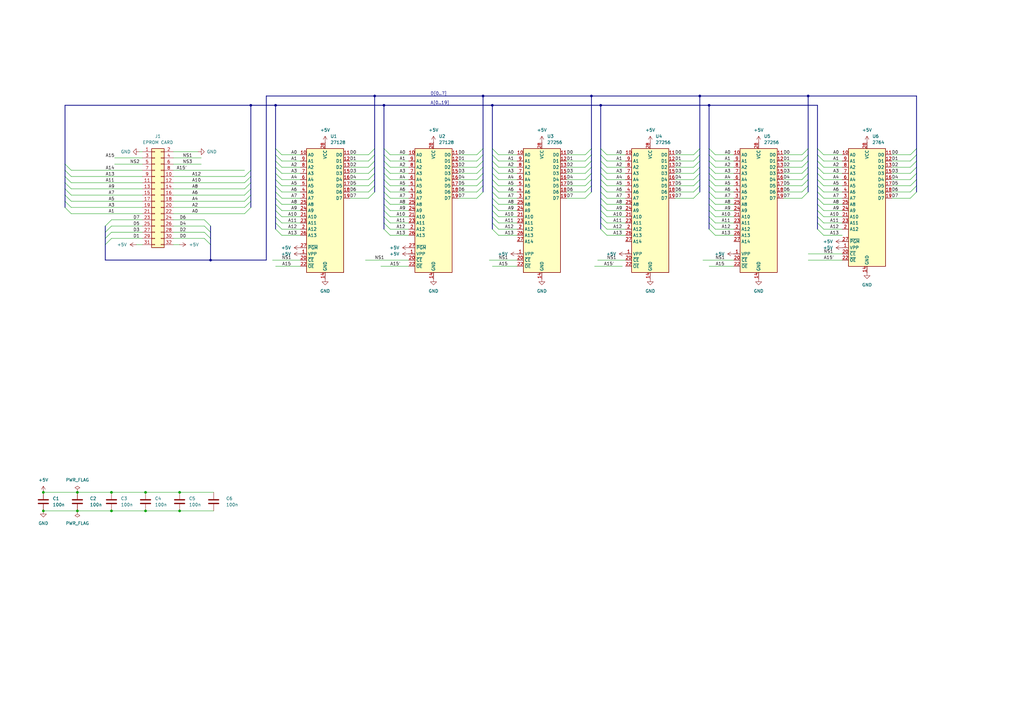
<source format=kicad_sch>
(kicad_sch (version 20250114) (generator "eeschema") (generator_version "9.0")
  (paper "A3")
  (title_block (title "CST Thor  - Clone/Upgrade for Sinclair QL") (date "2025-03-15") (rev "0,1") (company "(C) 2025 Alvaro Alea Fdz") (comment 1 "https://ohwr.org/cern_ohl_s_v2.txt") (comment 2 "CERN Open Hardware Licence Version 2 - Strongly Reciprocal") (comment 3 "Under License") (comment 4 "EXPANSION BOARD"))
  (junction (at 31.75 209.55))
  (junction (at 157.48 43.18))
  (junction (at 17.78 209.55))
  (junction (at 331.47 39.37))
  (junction (at 17.78 201.93))
  (junction (at 287.02 39.37))
  (junction (at 45.72 209.55))
  (junction (at 31.75 201.93))
  (junction (at 59.69 209.55))
  (junction (at 153.67 39.37))
  (junction (at 59.69 201.93))
  (junction (at 242.57 39.37))
  (junction (at 246.38 43.18))
  (junction (at 45.72 201.93))
  (junction (at 102.87 43.18))
  (junction (at 290.83 43.18))
  (junction (at 113.03 43.18))
  (junction (at 73.66 209.55))
  (junction (at 198.12 39.37))
  (junction (at 86.36 106.68))
  (junction (at 201.93 43.18))
  (junction (at 73.66 201.93))
  (bus_entry (at 335.28 71.12) (size 2.54 2.54))
  (bus_entry (at 157.48 83.82) (size 2.54 2.54))
  (bus_entry (at 201.93 91.44) (size 2.54 2.54))
  (bus_entry (at 113.03 63.5) (size 2.54 2.54))
  (bus_entry (at 102.87 72.39) (size -2.54 2.54))
  (bus_entry (at 201.93 78.74) (size 2.54 2.54))
  (bus_entry (at 102.87 80.01) (size -2.54 2.54))
  (bus_entry (at 201.93 60.96) (size 2.54 2.54))
  (bus_entry (at 153.67 76.2) (size -2.54 2.54))
  (bus_entry (at 242.57 71.12) (size -2.54 2.54))
  (bus_entry (at 157.48 73.66) (size 2.54 2.54))
  (bus_entry (at 113.03 66.04) (size 2.54 2.54))
  (bus_entry (at 331.47 78.74) (size -2.54 2.54))
  (bus_entry (at 335.28 73.66) (size 2.54 2.54))
  (bus_entry (at 113.03 86.36) (size 2.54 2.54))
  (bus_entry (at 102.87 85.09) (size -2.54 2.54))
  (bus_entry (at 290.83 93.98) (size 2.54 2.54))
  (bus_entry (at 375.92 73.66) (size -2.54 2.54))
  (bus_entry (at 290.83 91.44) (size 2.54 2.54))
  (bus_entry (at 335.28 60.96) (size 2.54 2.54))
  (bus_entry (at 157.48 78.74) (size 2.54 2.54))
  (bus_entry (at 335.28 78.74) (size 2.54 2.54))
  (bus_entry (at 198.12 78.74) (size -2.54 2.54))
  (bus_entry (at 287.02 71.12) (size -2.54 2.54))
  (bus_entry (at 113.03 81.28) (size 2.54 2.54))
  (bus_entry (at 246.38 86.36) (size 2.54 2.54))
  (bus_entry (at 113.03 88.9) (size 2.54 2.54))
  (bus_entry (at 335.28 68.58) (size 2.54 2.54))
  (bus_entry (at 153.67 71.12) (size -2.54 2.54))
  (bus_entry (at 43.18 97.79) (size 2.54 -2.54))
  (bus_entry (at 246.38 78.74) (size 2.54 2.54))
  (bus_entry (at 26.67 69.85) (size 2.54 2.54))
  (bus_entry (at 242.57 66.04) (size -2.54 2.54))
  (bus_entry (at 331.47 60.96) (size -2.54 2.54))
  (bus_entry (at 242.57 78.74) (size -2.54 2.54))
  (bus_entry (at 157.48 66.04) (size 2.54 2.54))
  (bus_entry (at 201.93 71.12) (size 2.54 2.54))
  (bus_entry (at 201.93 66.04) (size 2.54 2.54))
  (bus_entry (at 242.57 63.5) (size -2.54 2.54))
  (bus_entry (at 102.87 82.55) (size -2.54 2.54))
  (bus_entry (at 290.83 68.58) (size 2.54 2.54))
  (bus_entry (at 375.92 78.74) (size -2.54 2.54))
  (bus_entry (at 331.47 76.2) (size -2.54 2.54))
  (bus_entry (at 157.48 91.44) (size 2.54 2.54))
  (bus_entry (at 287.02 66.04) (size -2.54 2.54))
  (bus_entry (at 86.36 95.25) (size -2.54 -2.54))
  (bus_entry (at 375.92 68.58) (size -2.54 2.54))
  (bus_entry (at 287.02 73.66) (size -2.54 2.54))
  (bus_entry (at 335.28 66.04) (size 2.54 2.54))
  (bus_entry (at 335.28 86.36) (size 2.54 2.54))
  (bus_entry (at 102.87 77.47) (size -2.54 2.54))
  (bus_entry (at 246.38 83.82) (size 2.54 2.54))
  (bus_entry (at 153.67 73.66) (size -2.54 2.54))
  (bus_entry (at 246.38 60.96) (size 2.54 2.54))
  (bus_entry (at 157.48 76.2) (size 2.54 2.54))
  (bus_entry (at 113.03 83.82) (size 2.54 2.54))
  (bus_entry (at 43.18 92.71) (size 2.54 -2.54))
  (bus_entry (at 113.03 73.66) (size 2.54 2.54))
  (bus_entry (at 86.36 100.33) (size -2.54 -2.54))
  (bus_entry (at 198.12 68.58) (size -2.54 2.54))
  (bus_entry (at 113.03 93.98) (size 2.54 2.54))
  (bus_entry (at 198.12 63.5) (size -2.54 2.54))
  (bus_entry (at 246.38 91.44) (size 2.54 2.54))
  (bus_entry (at 331.47 71.12) (size -2.54 2.54))
  (bus_entry (at 26.67 67.31) (size 2.54 2.54))
  (bus_entry (at 242.57 73.66) (size -2.54 2.54))
  (bus_entry (at 335.28 81.28) (size 2.54 2.54))
  (bus_entry (at 242.57 68.58) (size -2.54 2.54))
  (bus_entry (at 157.48 60.96) (size 2.54 2.54))
  (bus_entry (at 113.03 76.2) (size 2.54 2.54))
  (bus_entry (at 198.12 76.2) (size -2.54 2.54))
  (bus_entry (at 102.87 74.93) (size -2.54 2.54))
  (bus_entry (at 113.03 68.58) (size 2.54 2.54))
  (bus_entry (at 290.83 60.96) (size 2.54 2.54))
  (bus_entry (at 153.67 63.5) (size -2.54 2.54))
  (bus_entry (at 335.28 88.9) (size 2.54 2.54))
  (bus_entry (at 198.12 71.12) (size -2.54 2.54))
  (bus_entry (at 86.36 97.79) (size -2.54 -2.54))
  (bus_entry (at 113.03 71.12) (size 2.54 2.54))
  (bus_entry (at 157.48 93.98) (size 2.54 2.54))
  (bus_entry (at 26.67 77.47) (size 2.54 2.54))
  (bus_entry (at 201.93 63.5) (size 2.54 2.54))
  (bus_entry (at 201.93 68.58) (size 2.54 2.54))
  (bus_entry (at 246.38 93.98) (size 2.54 2.54))
  (bus_entry (at 335.28 63.5) (size 2.54 2.54))
  (bus_entry (at 242.57 60.96) (size -2.54 2.54))
  (bus_entry (at 290.83 76.2) (size 2.54 2.54))
  (bus_entry (at 290.83 83.82) (size 2.54 2.54))
  (bus_entry (at 113.03 78.74) (size 2.54 2.54))
  (bus_entry (at 246.38 76.2) (size 2.54 2.54))
  (bus_entry (at 246.38 88.9) (size 2.54 2.54))
  (bus_entry (at 86.36 92.71) (size -2.54 -2.54))
  (bus_entry (at 201.93 73.66) (size 2.54 2.54))
  (bus_entry (at 246.38 73.66) (size 2.54 2.54))
  (bus_entry (at 26.67 80.01) (size 2.54 2.54))
  (bus_entry (at 153.67 66.04) (size -2.54 2.54))
  (bus_entry (at 201.93 76.2) (size 2.54 2.54))
  (bus_entry (at 290.83 71.12) (size 2.54 2.54))
  (bus_entry (at 287.02 78.74) (size -2.54 2.54))
  (bus_entry (at 201.93 83.82) (size 2.54 2.54))
  (bus_entry (at 375.92 71.12) (size -2.54 2.54))
  (bus_entry (at 246.38 71.12) (size 2.54 2.54))
  (bus_entry (at 375.92 66.04) (size -2.54 2.54))
  (bus_entry (at 335.28 83.82) (size 2.54 2.54))
  (bus_entry (at 157.48 86.36) (size 2.54 2.54))
  (bus_entry (at 157.48 63.5) (size 2.54 2.54))
  (bus_entry (at 157.48 81.28) (size 2.54 2.54))
  (bus_entry (at 198.12 73.66) (size -2.54 2.54))
  (bus_entry (at 26.67 72.39) (size 2.54 2.54))
  (bus_entry (at 153.67 78.74) (size -2.54 2.54))
  (bus_entry (at 290.83 78.74) (size 2.54 2.54))
  (bus_entry (at 375.92 60.96) (size -2.54 2.54))
  (bus_entry (at 198.12 60.96) (size -2.54 2.54))
  (bus_entry (at 375.92 76.2) (size -2.54 2.54))
  (bus_entry (at 290.83 63.5) (size 2.54 2.54))
  (bus_entry (at 113.03 60.96) (size 2.54 2.54))
  (bus_entry (at 331.47 66.04) (size -2.54 2.54))
  (bus_entry (at 201.93 93.98) (size 2.54 2.54))
  (bus_entry (at 287.02 68.58) (size -2.54 2.54))
  (bus_entry (at 287.02 60.96) (size -2.54 2.54))
  (bus_entry (at 331.47 73.66) (size -2.54 2.54))
  (bus_entry (at 26.67 74.93) (size 2.54 2.54))
  (bus_entry (at 335.28 93.98) (size 2.54 2.54))
  (bus_entry (at 201.93 88.9) (size 2.54 2.54))
  (bus_entry (at 335.28 91.44) (size 2.54 2.54))
  (bus_entry (at 287.02 63.5) (size -2.54 2.54))
  (bus_entry (at 287.02 76.2) (size -2.54 2.54))
  (bus_entry (at 242.57 76.2) (size -2.54 2.54))
  (bus_entry (at 246.38 81.28) (size 2.54 2.54))
  (bus_entry (at 153.67 60.96) (size -2.54 2.54))
  (bus_entry (at 375.92 63.5) (size -2.54 2.54))
  (bus_entry (at 246.38 63.5) (size 2.54 2.54))
  (bus_entry (at 290.83 88.9) (size 2.54 2.54))
  (bus_entry (at 246.38 66.04) (size 2.54 2.54))
  (bus_entry (at 157.48 88.9) (size 2.54 2.54))
  (bus_entry (at 331.47 68.58) (size -2.54 2.54))
  (bus_entry (at 201.93 81.28) (size 2.54 2.54))
  (bus_entry (at 26.67 85.09) (size 2.54 2.54))
  (bus_entry (at 157.48 71.12) (size 2.54 2.54))
  (bus_entry (at 246.38 68.58) (size 2.54 2.54))
  (bus_entry (at 157.48 68.58) (size 2.54 2.54))
  (bus_entry (at 102.87 69.85) (size -2.54 2.54))
  (bus_entry (at 43.18 95.25) (size 2.54 -2.54))
  (bus_entry (at 201.93 86.36) (size 2.54 2.54))
  (bus_entry (at 43.18 100.33) (size 2.54 -2.54))
  (bus_entry (at 290.83 66.04) (size 2.54 2.54))
  (bus_entry (at 153.67 68.58) (size -2.54 2.54))
  (bus_entry (at 198.12 66.04) (size -2.54 2.54))
  (bus_entry (at 335.28 76.2) (size 2.54 2.54))
  (bus_entry (at 331.47 63.5) (size -2.54 2.54))
  (bus_entry (at 26.67 82.55) (size 2.54 2.54))
  (bus_entry (at 113.03 91.44) (size 2.54 2.54))
  (bus_entry (at 290.83 73.66) (size 2.54 2.54))
  (bus_entry (at 290.83 86.36) (size 2.54 2.54))
  (bus_entry (at 290.83 81.28) (size 2.54 2.54))
  (bus (pts (xy 113.03 73.66) (xy 113.03 76.2)))
  (wire (pts (xy 115.57 63.5) (xy 123.19 63.5)))
  (wire (pts (xy 232.41 73.66) (xy 240.03 73.66)))
  (bus (pts (xy 157.48 73.66) (xy 157.48 76.2)))
  (wire (pts (xy 113.03 109.22) (xy 123.19 109.22)))
  (bus (pts (xy 102.87 43.18) (xy 102.87 69.85)))
  (wire (pts (xy 232.41 71.12) (xy 240.03 71.12)))
  (bus (pts (xy 287.02 39.37) (xy 331.47 39.37)))
  (wire (pts (xy 46.99 67.31) (xy 58.42 67.31)))
  (wire (pts (xy 321.31 78.74) (xy 328.93 78.74)))
  (bus (pts (xy 153.67 39.37) (xy 198.12 39.37)))
  (wire (pts (xy 83.82 97.79) (xy 71.12 97.79)))
  (wire (pts (xy 115.57 68.58) (xy 123.19 68.58)))
  (wire (pts (xy 321.31 66.04) (xy 328.93 66.04)))
  (wire (pts (xy 232.41 81.28) (xy 240.03 81.28)))
  (wire (pts (xy 58.42 97.79) (xy 45.72 97.79)))
  (wire (pts (xy 204.47 78.74) (xy 212.09 78.74)))
  (bus (pts (xy 246.38 66.04) (xy 246.38 68.58)))
  (wire (pts (xy 71.12 74.93) (xy 100.33 74.93)))
  (bus (pts (xy 335.28 63.5) (xy 335.28 66.04)))
  (bus (pts (xy 43.18 95.25) (xy 43.18 97.79)))
  (wire (pts (xy 143.51 81.28) (xy 151.13 81.28)))
  (wire (pts (xy 293.37 96.52) (xy 300.99 96.52)))
  (wire (pts (xy 143.51 68.58) (xy 151.13 68.58)))
  (bus (pts (xy 290.83 71.12) (xy 290.83 73.66)))
  (wire (pts (xy 187.96 76.2) (xy 195.58 76.2)))
  (bus (pts (xy 335.28 60.96) (xy 335.28 63.5)))
  (wire (pts (xy 187.96 78.74) (xy 195.58 78.74)))
  (wire (pts (xy 365.76 66.04) (xy 373.38 66.04)))
  (wire (pts (xy 293.37 81.28) (xy 300.99 81.28)))
  (bus (pts (xy 86.36 106.68) (xy 86.36 100.33)))
  (bus (pts (xy 43.18 100.33) (xy 43.18 106.68)))
  (wire (pts (xy 337.82 71.12) (xy 345.44 71.12)))
  (wire (pts (xy 71.12 87.63) (xy 100.33 87.63)))
  (wire (pts (xy 83.82 90.17) (xy 71.12 90.17)))
  (wire (pts (xy 288.29 106.68) (xy 300.99 106.68)))
  (bus (pts (xy 335.28 83.82) (xy 335.28 86.36)))
  (wire (pts (xy 115.57 93.98) (xy 123.19 93.98)))
  (wire (pts (xy 276.86 73.66) (xy 284.48 73.66)))
  (wire (pts (xy 293.37 78.74) (xy 300.99 78.74)))
  (bus (pts (xy 157.48 78.74) (xy 157.48 81.28)))
  (wire (pts (xy 365.76 76.2) (xy 373.38 76.2)))
  (bus (pts (xy 153.67 66.04) (xy 153.67 68.58)))
  (bus (pts (xy 290.83 88.9) (xy 290.83 91.44)))
  (wire (pts (xy 71.12 85.09) (xy 100.33 85.09)))
  (bus (pts (xy 331.47 76.2) (xy 331.47 78.74)))
  (bus (pts (xy 153.67 63.5) (xy 153.67 66.04)))
  (wire (pts (xy 160.02 86.36) (xy 167.64 86.36)))
  (bus (pts (xy 242.57 73.66) (xy 242.57 76.2)))
  (wire (pts (xy 160.02 66.04) (xy 167.64 66.04)))
  (bus (pts (xy 113.03 91.44) (xy 113.03 93.98)))
  (bus (pts (xy 86.36 92.71) (xy 86.36 95.25)))
  (bus (pts (xy 102.87 77.47) (xy 102.87 80.01)))
  (bus (pts (xy 242.57 63.5) (xy 242.57 66.04)))
  (wire (pts (xy 58.42 95.25) (xy 45.72 95.25)))
  (bus (pts (xy 290.83 78.74) (xy 290.83 81.28)))
  (bus (pts (xy 335.28 73.66) (xy 335.28 76.2)))
  (bus (pts (xy 153.67 71.12) (xy 153.67 73.66)))
  (bus (pts (xy 153.67 76.2) (xy 153.67 78.74)))
  (bus (pts (xy 290.83 81.28) (xy 290.83 83.82)))
  (bus (pts (xy 287.02 60.96) (xy 287.02 63.5)))
  (bus (pts (xy 246.38 63.5) (xy 246.38 66.04)))
  (wire (pts (xy 293.37 71.12) (xy 300.99 71.12)))
  (wire (pts (xy 204.47 76.2) (xy 212.09 76.2)))
  (bus (pts (xy 102.87 82.55) (xy 102.87 85.09)))
  (wire (pts (xy 201.93 109.22) (xy 212.09 109.22)))
  (wire (pts (xy 337.82 68.58) (xy 345.44 68.58)))
  (wire (pts (xy 31.75 201.93) (xy 45.72 201.93)))
  (bus (pts (xy 335.28 66.04) (xy 335.28 68.58)))
  (wire (pts (xy 337.82 63.5) (xy 345.44 63.5)))
  (wire (pts (xy 160.02 83.82) (xy 167.64 83.82)))
  (bus (pts (xy 242.57 71.12) (xy 242.57 73.66)))
  (wire (pts (xy 293.37 68.58) (xy 300.99 68.58)))
  (wire (pts (xy 204.47 91.44) (xy 212.09 91.44)))
  (bus (pts (xy 201.93 86.36) (xy 201.93 88.9)))
  (wire (pts (xy 337.82 93.98) (xy 345.44 93.98)))
  (wire (pts (xy 276.86 71.12) (xy 284.48 71.12)))
  (bus (pts (xy 109.22 39.37) (xy 153.67 39.37)))
  (wire (pts (xy 156.21 109.22) (xy 167.64 109.22)))
  (bus (pts (xy 86.36 106.68) (xy 109.22 106.68)))
  (wire (pts (xy 31.75 209.55) (xy 45.72 209.55)))
  (wire (pts (xy 160.02 81.28) (xy 167.64 81.28)))
  (wire (pts (xy 321.31 76.2) (xy 328.93 76.2)))
  (bus (pts (xy 331.47 66.04) (xy 331.47 68.58)))
  (bus (pts (xy 335.28 76.2) (xy 335.28 78.74)))
  (bus (pts (xy 290.83 83.82) (xy 290.83 86.36)))
  (wire (pts (xy 365.76 68.58) (xy 373.38 68.58)))
  (wire (pts (xy 337.82 78.74) (xy 345.44 78.74)))
  (bus (pts (xy 290.83 68.58) (xy 290.83 71.12)))
  (bus (pts (xy 290.83 63.5) (xy 290.83 66.04)))
  (bus (pts (xy 26.67 43.18) (xy 102.87 43.18)))
  (bus (pts (xy 102.87 74.93) (xy 102.87 77.47)))
  (wire (pts (xy 71.12 67.31) (xy 82.55 67.31)))
  (wire (pts (xy 248.92 66.04) (xy 256.54 66.04)))
  (bus (pts (xy 246.38 88.9) (xy 246.38 91.44)))
  (wire (pts (xy 293.37 88.9) (xy 300.99 88.9)))
  (bus (pts (xy 157.48 60.96) (xy 157.48 63.5)))
  (wire (pts (xy 149.86 106.68) (xy 167.64 106.68)))
  (bus (pts (xy 26.67 77.47) (xy 26.67 80.01)))
  (wire (pts (xy 204.47 66.04) (xy 212.09 66.04)))
  (bus (pts (xy 375.92 68.58) (xy 375.92 71.12)))
  (wire (pts (xy 243.84 109.22) (xy 255.27 109.22)))
  (wire (pts (xy 365.76 73.66) (xy 373.38 73.66)))
  (bus (pts (xy 201.93 60.96) (xy 201.93 63.5)))
  (bus (pts (xy 331.47 63.5) (xy 331.47 66.04)))
  (wire (pts (xy 71.12 69.85) (xy 100.33 69.85)))
  (bus (pts (xy 246.38 83.82) (xy 246.38 86.36)))
  (wire (pts (xy 293.37 76.2) (xy 300.99 76.2)))
  (wire (pts (xy 58.42 92.71) (xy 45.72 92.71)))
  (wire (pts (xy 337.82 66.04) (xy 345.44 66.04)))
  (wire (pts (xy 321.31 71.12) (xy 328.93 71.12)))
  (bus (pts (xy 201.93 63.5) (xy 201.93 66.04)))
  (bus (pts (xy 102.87 80.01) (xy 102.87 82.55)))
  (bus (pts (xy 198.12 76.2) (xy 198.12 78.74)))
  (wire (pts (xy 115.57 78.74) (xy 123.19 78.74)))
  (bus (pts (xy 290.83 76.2) (xy 290.83 78.74)))
  (bus (pts (xy 113.03 43.18) (xy 113.03 60.96)))
  (wire (pts (xy 57.15 62.23) (xy 58.42 62.23)))
  (wire (pts (xy 115.57 66.04) (xy 123.19 66.04)))
  (wire (pts (xy 81.28 62.23) (xy 71.12 62.23)))
  (bus (pts (xy 102.87 72.39) (xy 102.87 74.93)))
  (wire (pts (xy 58.42 90.17) (xy 45.72 90.17)))
  (bus (pts (xy 375.92 63.5) (xy 375.92 66.04)))
  (wire (pts (xy 284.48 63.5) (xy 276.86 63.5)))
  (wire (pts (xy 204.47 83.82) (xy 212.09 83.82)))
  (bus (pts (xy 201.93 68.58) (xy 201.93 71.12)))
  (bus (pts (xy 290.83 43.18) (xy 290.83 60.96)))
  (wire (pts (xy 337.82 86.36) (xy 345.44 86.36)))
  (wire (pts (xy 248.92 88.9) (xy 256.54 88.9)))
  (bus (pts (xy 375.92 60.96) (xy 375.92 63.5)))
  (bus (pts (xy 335.28 81.28) (xy 335.28 83.82)))
  (bus (pts (xy 113.03 68.58) (xy 113.03 71.12)))
  (wire (pts (xy 276.86 76.2) (xy 284.48 76.2)))
  (wire (pts (xy 248.92 63.5) (xy 256.54 63.5)))
  (bus (pts (xy 86.36 97.79) (xy 86.36 100.33)))
  (wire (pts (xy 187.96 73.66) (xy 195.58 73.66)))
  (wire (pts (xy 293.37 66.04) (xy 300.99 66.04)))
  (wire (pts (xy 71.12 82.55) (xy 100.33 82.55)))
  (wire (pts (xy 187.96 68.58) (xy 195.58 68.58)))
  (wire (pts (xy 29.21 80.01) (xy 58.42 80.01)))
  (wire (pts (xy 143.51 66.04) (xy 151.13 66.04)))
  (bus (pts (xy 242.57 39.37) (xy 242.57 60.96)))
  (wire (pts (xy 71.12 64.77) (xy 82.55 64.77)))
  (wire (pts (xy 248.92 71.12) (xy 256.54 71.12)))
  (bus (pts (xy 201.93 73.66) (xy 201.93 76.2)))
  (bus (pts (xy 246.38 43.18) (xy 246.38 60.96)))
  (bus (pts (xy 246.38 73.66) (xy 246.38 76.2)))
  (bus (pts (xy 157.48 66.04) (xy 157.48 68.58)))
  (bus (pts (xy 246.38 71.12) (xy 246.38 73.66)))
  (wire (pts (xy 204.47 86.36) (xy 212.09 86.36)))
  (wire (pts (xy 115.57 88.9) (xy 123.19 88.9)))
  (wire (pts (xy 337.82 73.66) (xy 345.44 73.66)))
  (wire (pts (xy 115.57 96.52) (xy 123.19 96.52)))
  (wire (pts (xy 276.86 81.28) (xy 284.48 81.28)))
  (bus (pts (xy 113.03 63.5) (xy 113.03 66.04)))
  (bus (pts (xy 201.93 71.12) (xy 201.93 73.66)))
  (bus (pts (xy 198.12 71.12) (xy 198.12 73.66)))
  (wire (pts (xy 321.31 68.58) (xy 328.93 68.58)))
  (bus (pts (xy 375.92 71.12) (xy 375.92 73.66)))
  (bus (pts (xy 331.47 39.37) (xy 375.92 39.37)))
  (bus (pts (xy 113.03 76.2) (xy 113.03 78.74)))
  (bus (pts (xy 157.48 76.2) (xy 157.48 78.74)))
  (bus (pts (xy 335.28 68.58) (xy 335.28 71.12)))
  (wire (pts (xy 115.57 71.12) (xy 123.19 71.12)))
  (bus (pts (xy 331.47 71.12) (xy 331.47 73.66)))
  (bus (pts (xy 157.48 91.44) (xy 157.48 93.98)))
  (bus (pts (xy 335.28 88.9) (xy 335.28 91.44)))
  (bus (pts (xy 290.83 66.04) (xy 290.83 68.58)))
  (bus (pts (xy 287.02 73.66) (xy 287.02 76.2)))
  (bus (pts (xy 331.47 39.37) (xy 331.47 60.96)))
  (bus (pts (xy 335.28 71.12) (xy 335.28 73.66)))
  (wire (pts (xy 276.86 68.58) (xy 284.48 68.58)))
  (wire (pts (xy 115.57 91.44) (xy 123.19 91.44)))
  (bus (pts (xy 290.83 43.18) (xy 335.28 43.18)))
  (bus (pts (xy 113.03 71.12) (xy 113.03 73.66)))
  (bus (pts (xy 113.03 78.74) (xy 113.03 81.28)))
  (bus (pts (xy 153.67 39.37) (xy 153.67 60.96)))
  (wire (pts (xy 58.42 100.33) (xy 55.88 100.33)))
  (bus (pts (xy 287.02 68.58) (xy 287.02 71.12)))
  (wire (pts (xy 365.76 71.12) (xy 373.38 71.12)))
  (bus (pts (xy 287.02 63.5) (xy 287.02 66.04)))
  (wire (pts (xy 204.47 63.5) (xy 212.09 63.5)))
  (bus (pts (xy 26.67 43.18) (xy 26.67 67.31)))
  (bus (pts (xy 335.28 43.18) (xy 335.28 60.96)))
  (bus (pts (xy 246.38 60.96) (xy 246.38 63.5)))
  (bus (pts (xy 246.38 81.28) (xy 246.38 83.82)))
  (wire (pts (xy 115.57 86.36) (xy 123.19 86.36)))
  (bus (pts (xy 43.18 106.68) (xy 86.36 106.68)))
  (bus (pts (xy 290.83 86.36) (xy 290.83 88.9)))
  (bus (pts (xy 335.28 78.74) (xy 335.28 81.28)))
  (bus (pts (xy 198.12 60.96) (xy 198.12 63.5)))
  (wire (pts (xy 321.31 73.66) (xy 328.93 73.66)))
  (bus (pts (xy 375.92 39.37) (xy 375.92 60.96)))
  (bus (pts (xy 113.03 60.96) (xy 113.03 63.5)))
  (bus (pts (xy 290.83 91.44) (xy 290.83 93.98)))
  (bus (pts (xy 246.38 86.36) (xy 246.38 88.9)))
  (bus (pts (xy 102.87 69.85) (xy 102.87 72.39)))
  (wire (pts (xy 365.76 78.74) (xy 373.38 78.74)))
  (wire (pts (xy 248.92 73.66) (xy 256.54 73.66)))
  (wire (pts (xy 248.92 96.52) (xy 256.54 96.52)))
  (bus (pts (xy 198.12 63.5) (xy 198.12 66.04)))
  (bus (pts (xy 242.57 66.04) (xy 242.57 68.58)))
  (wire (pts (xy 29.21 69.85) (xy 58.42 69.85)))
  (wire (pts (xy 160.02 73.66) (xy 167.64 73.66)))
  (wire (pts (xy 59.69 201.93) (xy 73.66 201.93)))
  (bus (pts (xy 331.47 68.58) (xy 331.47 71.12)))
  (bus (pts (xy 113.03 43.18) (xy 157.48 43.18)))
  (bus (pts (xy 246.38 91.44) (xy 246.38 93.98)))
  (bus (pts (xy 375.92 76.2) (xy 375.92 78.74)))
  (wire (pts (xy 83.82 92.71) (xy 71.12 92.71)))
  (wire (pts (xy 111.76 106.68) (xy 123.19 106.68)))
  (bus (pts (xy 157.48 88.9) (xy 157.48 91.44)))
  (wire (pts (xy 160.02 63.5) (xy 167.64 63.5)))
  (wire (pts (xy 160.02 76.2) (xy 167.64 76.2)))
  (wire (pts (xy 204.47 73.66) (xy 212.09 73.66)))
  (bus (pts (xy 242.57 60.96) (xy 242.57 63.5)))
  (bus (pts (xy 157.48 43.18) (xy 157.48 60.96)))
  (bus (pts (xy 287.02 71.12) (xy 287.02 73.66)))
  (wire (pts (xy 29.21 77.47) (xy 58.42 77.47)))
  (wire (pts (xy 293.37 83.82) (xy 300.99 83.82)))
  (wire (pts (xy 337.82 83.82) (xy 345.44 83.82)))
  (wire (pts (xy 204.47 88.9) (xy 212.09 88.9)))
  (wire (pts (xy 17.78 201.93) (xy 31.75 201.93)))
  (wire (pts (xy 204.47 81.28) (xy 212.09 81.28)))
  (bus (pts (xy 201.93 43.18) (xy 201.93 60.96)))
  (bus (pts (xy 198.12 68.58) (xy 198.12 71.12)))
  (wire (pts (xy 276.86 66.04) (xy 284.48 66.04)))
  (wire (pts (xy 160.02 71.12) (xy 167.64 71.12)))
  (bus (pts (xy 153.67 60.96) (xy 153.67 63.5)))
  (bus (pts (xy 201.93 81.28) (xy 201.93 83.82)))
  (bus (pts (xy 157.48 43.18) (xy 201.93 43.18)))
  (wire (pts (xy 331.47 104.14) (xy 345.44 104.14)))
  (wire (pts (xy 160.02 96.52) (xy 167.64 96.52)))
  (wire (pts (xy 248.92 81.28) (xy 256.54 81.28)))
  (bus (pts (xy 198.12 39.37) (xy 242.57 39.37)))
  (bus (pts (xy 113.03 81.28) (xy 113.03 83.82)))
  (wire (pts (xy 373.38 63.5) (xy 365.76 63.5)))
  (wire (pts (xy 83.82 95.25) (xy 71.12 95.25)))
  (bus (pts (xy 287.02 66.04) (xy 287.02 68.58)))
  (wire (pts (xy 115.57 76.2) (xy 123.19 76.2)))
  (bus (pts (xy 157.48 68.58) (xy 157.48 71.12)))
  (wire (pts (xy 293.37 91.44) (xy 300.99 91.44)))
  (wire (pts (xy 365.76 81.28) (xy 373.38 81.28)))
  (bus (pts (xy 246.38 68.58) (xy 246.38 71.12)))
  (bus (pts (xy 290.83 73.66) (xy 290.83 76.2)))
  (bus (pts (xy 375.92 73.66) (xy 375.92 76.2)))
  (wire (pts (xy 71.12 72.39) (xy 100.33 72.39)))
  (bus (pts (xy 246.38 43.18) (xy 290.83 43.18)))
  (wire (pts (xy 73.66 201.93) (xy 87.63 201.93)))
  (wire (pts (xy 45.72 209.55) (xy 59.69 209.55)))
  (wire (pts (xy 71.12 80.01) (xy 100.33 80.01)))
  (bus (pts (xy 26.67 69.85) (xy 26.67 72.39)))
  (bus (pts (xy 201.93 76.2) (xy 201.93 78.74)))
  (bus (pts (xy 102.87 43.18) (xy 113.03 43.18)))
  (bus (pts (xy 201.93 78.74) (xy 201.93 81.28)))
  (wire (pts (xy 337.82 91.44) (xy 345.44 91.44)))
  (bus (pts (xy 86.36 95.25) (xy 86.36 97.79)))
  (bus (pts (xy 201.93 91.44) (xy 201.93 93.98)))
  (wire (pts (xy 143.51 71.12) (xy 151.13 71.12)))
  (bus (pts (xy 26.67 72.39) (xy 26.67 74.93)))
  (wire (pts (xy 160.02 68.58) (xy 167.64 68.58)))
  (wire (pts (xy 73.66 209.55) (xy 87.63 209.55)))
  (wire (pts (xy 337.82 76.2) (xy 345.44 76.2)))
  (wire (pts (xy 187.96 71.12) (xy 195.58 71.12)))
  (bus (pts (xy 375.92 66.04) (xy 375.92 68.58)))
  (wire (pts (xy 195.58 63.5) (xy 187.96 63.5)))
  (wire (pts (xy 29.21 82.55) (xy 58.42 82.55)))
  (wire (pts (xy 337.82 88.9) (xy 345.44 88.9)))
  (wire (pts (xy 143.51 76.2) (xy 151.13 76.2)))
  (bus (pts (xy 113.03 88.9) (xy 113.03 91.44)))
  (wire (pts (xy 200.66 106.68) (xy 212.09 106.68)))
  (bus (pts (xy 201.93 83.82) (xy 201.93 86.36)))
  (wire (pts (xy 17.78 209.55) (xy 31.75 209.55)))
  (wire (pts (xy 276.86 78.74) (xy 284.48 78.74)))
  (bus (pts (xy 290.83 60.96) (xy 290.83 63.5)))
  (wire (pts (xy 232.41 78.74) (xy 240.03 78.74)))
  (wire (pts (xy 187.96 66.04) (xy 195.58 66.04)))
  (wire (pts (xy 151.13 63.5) (xy 143.51 63.5)))
  (wire (pts (xy 204.47 96.52) (xy 212.09 96.52)))
  (wire (pts (xy 29.21 85.09) (xy 58.42 85.09)))
  (wire (pts (xy 160.02 93.98) (xy 167.64 93.98)))
  (wire (pts (xy 248.92 76.2) (xy 256.54 76.2)))
  (wire (pts (xy 115.57 83.82) (xy 123.19 83.82)))
  (bus (pts (xy 246.38 76.2) (xy 246.38 78.74)))
  (bus (pts (xy 198.12 66.04) (xy 198.12 68.58)))
  (wire (pts (xy 248.92 78.74) (xy 256.54 78.74)))
  (wire (pts (xy 293.37 73.66) (xy 300.99 73.66)))
  (bus (pts (xy 109.22 106.68) (xy 109.22 39.37)))
  (wire (pts (xy 46.99 64.77) (xy 58.42 64.77)))
  (bus (pts (xy 153.67 68.58) (xy 153.67 71.12)))
  (wire (pts (xy 337.82 81.28) (xy 345.44 81.28)))
  (wire (pts (xy 337.82 96.52) (xy 345.44 96.52)))
  (wire (pts (xy 248.92 68.58) (xy 256.54 68.58)))
  (wire (pts (xy 45.72 201.93) (xy 59.69 201.93)))
  (wire (pts (xy 204.47 93.98) (xy 212.09 93.98)))
  (bus (pts (xy 201.93 43.18) (xy 246.38 43.18)))
  (bus (pts (xy 157.48 83.82) (xy 157.48 86.36)))
  (bus (pts (xy 335.28 91.44) (xy 335.28 93.98)))
  (bus (pts (xy 201.93 88.9) (xy 201.93 91.44)))
  (wire (pts (xy 143.51 78.74) (xy 151.13 78.74)))
  (wire (pts (xy 29.21 74.93) (xy 58.42 74.93)))
  (wire (pts (xy 248.92 93.98) (xy 256.54 93.98)))
  (bus (pts (xy 201.93 66.04) (xy 201.93 68.58)))
  (wire (pts (xy 331.47 106.68) (xy 345.44 106.68)))
  (bus (pts (xy 242.57 76.2) (xy 242.57 78.74)))
  (wire (pts (xy 115.57 73.66) (xy 123.19 73.66)))
  (wire (pts (xy 240.03 63.5) (xy 232.41 63.5)))
  (bus (pts (xy 242.57 39.37) (xy 287.02 39.37)))
  (wire (pts (xy 115.57 81.28) (xy 123.19 81.28)))
  (wire (pts (xy 204.47 68.58) (xy 212.09 68.58)))
  (bus (pts (xy 113.03 66.04) (xy 113.03 68.58)))
  (bus (pts (xy 113.03 83.82) (xy 113.03 86.36)))
  (bus (pts (xy 246.38 78.74) (xy 246.38 81.28)))
  (wire (pts (xy 232.41 68.58) (xy 240.03 68.58)))
  (bus (pts (xy 157.48 81.28) (xy 157.48 83.82)))
  (wire (pts (xy 29.21 87.63) (xy 58.42 87.63)))
  (wire (pts (xy 293.37 86.36) (xy 300.99 86.36)))
  (wire (pts (xy 248.92 91.44) (xy 256.54 91.44)))
  (bus (pts (xy 43.18 92.71) (xy 43.18 95.25)))
  (bus (pts (xy 43.18 97.79) (xy 43.18 100.33)))
  (wire (pts (xy 59.69 209.55) (xy 73.66 209.55)))
  (bus (pts (xy 335.28 86.36) (xy 335.28 88.9)))
  (bus (pts (xy 157.48 63.5) (xy 157.48 66.04)))
  (bus (pts (xy 198.12 73.66) (xy 198.12 76.2)))
  (bus (pts (xy 26.67 82.55) (xy 26.67 85.09)))
  (bus (pts (xy 331.47 73.66) (xy 331.47 76.2)))
  (wire (pts (xy 232.41 76.2) (xy 240.03 76.2)))
  (wire (pts (xy 143.51 73.66) (xy 151.13 73.66)))
  (wire (pts (xy 245.11 106.68) (xy 256.54 106.68)))
  (wire (pts (xy 290.83 109.22) (xy 300.99 109.22)))
  (wire (pts (xy 160.02 88.9) (xy 167.64 88.9)))
  (wire (pts (xy 187.96 81.28) (xy 195.58 81.28)))
  (bus (pts (xy 198.12 39.37) (xy 198.12 60.96)))
  (wire (pts (xy 293.37 63.5) (xy 300.99 63.5)))
  (wire (pts (xy 248.92 86.36) (xy 256.54 86.36)))
  (bus (pts (xy 287.02 39.37) (xy 287.02 60.96)))
  (bus (pts (xy 157.48 86.36) (xy 157.48 88.9)))
  (wire (pts (xy 71.12 77.47) (xy 100.33 77.47)))
  (wire (pts (xy 232.41 66.04) (xy 240.03 66.04)))
  (bus (pts (xy 26.67 80.01) (xy 26.67 82.55)))
  (bus (pts (xy 113.03 86.36) (xy 113.03 88.9)))
  (wire (pts (xy 71.12 100.33) (xy 73.66 100.33)))
  (bus (pts (xy 331.47 60.96) (xy 331.47 63.5)))
  (wire (pts (xy 160.02 91.44) (xy 167.64 91.44)))
  (bus (pts (xy 26.67 74.93) (xy 26.67 77.47)))
  (wire (pts (xy 160.02 78.74) (xy 167.64 78.74)))
  (bus (pts (xy 157.48 71.12) (xy 157.48 73.66)))
  (wire (pts (xy 328.93 63.5) (xy 321.31 63.5)))
  (bus (pts (xy 26.67 67.31) (xy 26.67 69.85)))
  (wire (pts (xy 248.92 83.82) (xy 256.54 83.82)))
  (wire (pts (xy 29.21 72.39) (xy 58.42 72.39)))
  (bus (pts (xy 242.57 68.58) (xy 242.57 71.12)))
  (bus (pts (xy 287.02 76.2) (xy 287.02 78.74)))
  (wire (pts (xy 293.37 93.98) (xy 300.99 93.98)))
  (wire (pts (xy 321.31 81.28) (xy 328.93 81.28)))
  (bus (pts (xy 153.67 73.66) (xy 153.67 76.2)))
  (wire (pts (xy 204.47 71.12) (xy 212.09 71.12)))
  (label "A8" (at 252.73 83.82 0))
  (label "D2" (at 143.51 68.58 0))
  (label "A2" (at 78.74 85.09 0))
  (label "A8" (at 297.18 83.82 0))
  (label "A13" (at 118.11 96.52 0))
  (label "A8" (at 119.38 83.82 0))
  (label "A0" (at 78.74 87.63 0))
  (label "A8" (at 78.74 77.47 0))
  (label "D6" (at 187.96 78.74 0))
  (label "A6" (at 78.74 80.01 0))
  (label "A12" (at 118.11 93.98 0))
  (label "NS1" (at 74.93 64.77 0))
  (label "A9" (at 297.18 86.36 0))
  (label "A15" (at 46.99 64.77 180))
  (label "A4" (at 163.83 73.66 0))
  (label "A0" (at 297.18 63.5 0))
  (label "A4" (at 297.18 73.66 0))
  (label "D4" (at 73.66 92.71 0))
  (label "A2" (at 163.83 68.58 0))
  (label "D6" (at 321.31 78.74 0))
  (label "A11" (at 251.46 91.44 0))
  (label "A14" (at 46.99 69.85 180))
  (label "NS1" (at 248.92 106.68 0))
  (label "A3" (at 163.83 71.12 0))
  (label "A1" (at 297.18 66.04 0))
  (label "A15'" (at 247.65 109.22 0))
  (label "D5" (at 321.31 76.2 0))
  (label "A7" (at 46.99 80.01 180))
  (label "D4" (at 365.76 73.66 0))
  (label "A8" (at 341.63 83.82 0))
  (label "A11" (at 46.99 74.93 180))
  (label "A13" (at 207.01 96.52 0))
  (label "A15" (at 119.38 109.22 180))
  (label "A12" (at 251.46 93.98 0))
  (label "A5" (at 163.83 76.2 0))
  (label "A8" (at 163.83 83.82 0))
  (label "A8" (at 208.28 83.82 0))
  (label "NS1" (at 293.37 106.68 0))
  (label "A6" (at 119.38 78.74 0))
  (label "D0" (at 143.51 63.5 0))
  (label "A9" (at 252.73 86.36 0))
  (label "D1" (at 276.86 66.04 0))
  (label "A15'" (at 337.82 106.68 0))
  (label "A5" (at 341.63 76.2 0))
  (label "A6" (at 341.63 78.74 0))
  (label "A12" (at 340.36 93.98 0))
  (label "D2" (at 187.96 68.58 0))
  (label "D7" (at 187.96 81.28 0))
  (label "D7" (at 321.31 81.28 0))
  (label "D7" (at 143.51 81.28 0))
  (label "D4" (at 321.31 73.66 0))
  (label "A15" (at 208.28 109.22 180))
  (label "D5" (at 54.61 92.71 0))
  (label "D5" (at 232.41 76.2 0))
  (label "A1" (at 252.73 66.04 0))
  (label "A15" (at 297.18 109.22 180))
  (label "A1" (at 341.63 66.04 0))
  (label "D[0..7]" (at 176.53 39.37 0))
  (label "D5" (at 187.96 76.2 0))
  (label "A10" (at 207.01 88.9 0))
  (label "D3" (at 321.31 71.12 0))
  (label "D7" (at 276.86 81.28 0))
  (label "A6" (at 252.73 78.74 0))
  (label "D6" (at 143.51 78.74 0))
  (label "A11" (at 118.11 91.44 0))
  (label "D1" (at 365.76 66.04 0))
  (label "D2" (at 73.66 95.25 0))
  (label "A2" (at 341.63 68.58 0))
  (label "A13" (at 340.36 96.52 0))
  (label "A13" (at 295.91 96.52 0))
  (label "A10" (at 251.46 88.9 0))
  (label "A13" (at 251.46 96.52 0))
  (label "A13" (at 46.99 72.39 180))
  (label "A3" (at 341.63 71.12 0))
  (label "D2" (at 276.86 68.58 0))
  (label "D0" (at 232.41 63.5 0))
  (label "D0" (at 73.66 97.79 0))
  (label "D4" (at 276.86 73.66 0))
  (label "D5" (at 276.86 76.2 0))
  (label "D2" (at 232.41 68.58 0))
  (label "D2" (at 321.31 68.58 0))
  (label "A1" (at 46.99 87.63 180))
  (label "D3" (at 54.61 95.25 0))
  (label "D0" (at 276.86 63.5 0))
  (label "D1" (at 187.96 66.04 0))
  (label "D3" (at 143.51 71.12 0))
  (label "D6" (at 276.86 78.74 0))
  (label "A11" (at 295.91 91.44 0))
  (label "A1" (at 163.83 66.04 0))
  (label "A7" (at 119.38 81.28 0))
  (label "A5" (at 119.38 76.2 0))
  (label "A12" (at 162.56 93.98 0))
  (label "D0" (at 365.76 63.5 0))
  (label "A4" (at 208.28 73.66 0))
  (label "A3" (at 208.28 71.12 0))
  (label "D0" (at 187.96 63.5 0))
  (label "A15'" (at 72.39 69.85 0))
  (label "D1" (at 232.41 66.04 0))
  (label "D1" (at 321.31 66.04 0))
  (label "A7" (at 208.28 81.28 0))
  (label "D1" (at 143.51 66.04 0))
  (label "A9" (at 119.38 86.36 0))
  (label "A10" (at 78.74 74.93 0))
  (label "D6" (at 73.66 90.17 0))
  (label "A5" (at 252.73 76.2 0))
  (label "A1" (at 119.38 66.04 0))
  (label "A10" (at 295.91 88.9 0))
  (label "A15'" (at 160.02 109.22 0))
  (label "NS2" (at 53.34 67.31 0))
  (label "A9" (at 341.63 86.36 0))
  (label "NS1" (at 153.67 106.68 0))
  (label "A12" (at 78.74 72.39 0))
  (label "A0" (at 163.83 63.5 0))
  (label "A9" (at 163.83 86.36 0))
  (label "D7" (at 232.41 81.28 0))
  (label "A13" (at 162.56 96.52 0))
  (label "D7" (at 365.76 81.28 0))
  (label "A12" (at 295.91 93.98 0))
  (label "A7" (at 297.18 81.28 0))
  (label "A11" (at 162.56 91.44 0))
  (label "A0" (at 119.38 63.5 0))
  (label "A2" (at 208.28 68.58 0))
  (label "A1" (at 208.28 66.04 0))
  (label "A[0..19]" (at 176.53 43.18 0))
  (label "A4" (at 341.63 73.66 0))
  (label "A6" (at 208.28 78.74 0))
  (label "A10" (at 118.11 88.9 0))
  (label "A7" (at 163.83 81.28 0))
  (label "A10" (at 162.56 88.9 0))
  (label "D6" (at 365.76 78.74 0))
  (label "D7" (at 54.61 90.17 0))
  (label "A4" (at 252.73 73.66 0))
  (label "A0" (at 252.73 63.5 0))
  (label "D3" (at 276.86 71.12 0))
  (label "A9" (at 46.99 77.47 180))
  (label "A3" (at 119.38 71.12 0))
  (label "D4" (at 187.96 73.66 0))
  (label "NS1" (at 337.82 104.14 0))
  (label "A3" (at 252.73 71.12 0))
  (label "D5" (at 365.76 76.2 0))
  (label "A11" (at 340.36 91.44 0))
  (label "A4" (at 78.74 82.55 0))
  (label "NS3" (at 74.93 67.31 0))
  (label "A7" (at 341.63 81.28 0))
  (label "A6" (at 297.18 78.74 0))
  (label "D3" (at 232.41 71.12 0))
  (label "A5" (at 297.18 76.2 0))
  (label "NS1" (at 115.57 106.68 0))
  (label "A5" (at 46.99 82.55 180))
  (label "A4" (at 119.38 73.66 0))
  (label "NS1" (at 204.47 106.68 0))
  (label "D5" (at 143.51 76.2 0))
  (label "D3" (at 187.96 71.12 0))
  (label "A3" (at 46.99 85.09 180))
  (label "A5" (at 208.28 76.2 0))
  (label "A3" (at 297.18 71.12 0))
  (label "D4" (at 143.51 73.66 0))
  (label "D0" (at 321.31 63.5 0))
  (label "A2" (at 297.18 68.58 0))
  (label "D4" (at 232.41 73.66 0))
  (label "A0" (at 208.28 63.5 0))
  (label "A0" (at 341.63 63.5 0))
  (label "D6" (at 232.41 78.74 0))
  (label "D1" (at 54.61 97.79 0))
  (label "A10" (at 340.36 88.9 0))
  (label "A2" (at 119.38 68.58 0))
  (label "A2" (at 252.73 68.58 0))
  (label "A11" (at 207.01 91.44 0))
  (label "A7" (at 252.73 81.28 0))
  (label "A9" (at 208.28 86.36 0))
  (label "D2" (at 365.76 68.58 0))
  (label "D3" (at 365.76 71.12 0))
  (label "A6" (at 163.83 78.74 0))
  (label "A12" (at 207.01 93.98 0))
  (symbol (lib_id "power:GND") (at 177.8 114.3 0) (unit 1)
    (property "Reference" "#PWR010" (effects (hide yes)))
    (property "Value" "GND" (at 177.8 119.38 0))
    (property "Description" "Power symbol creates a global label with name \"GND\" , ground" (effects (hide yes)))
  )
  (symbol (lib_id "power:+5V") (at 73.66 100.33 270) (unit 1)
    (property "Reference" "#PWR05" (effects (hide yes)))
    (property "Value" "+5V" (at 77.47 100.33 90) (effects (justify left)))
    (property "Description" "Power symbol creates a global label with name \"+5V\"" (effects (hide yes)))
  )
  (symbol (lib_id "Memory_EPROM:27256") (at 266.7 86.36 0) (unit 1)
    (property "Reference" "U4" (at 268.8433 55.88 0) (effects (justify left)))
    (property "Value" "27256" (at 268.8433 58.42 0) (effects (justify left)))
    (property "Footprint" "Package_DIP:DIP-28_W15.24mm" (effects (hide yes)))
    (property "Datasheet" "http://datasheet.octopart.com/D27256-2-Intel-datasheet-17852618.pdf" (effects (hide yes)))
    (property "Description" "UV Erasable EPROM 256 KiBit, [Obsolete 2000-11]" (effects (hide yes)))
  )
  (symbol (lib_id "power:+5V") (at 133.35 58.42 0) (unit 1)
    (property "Reference" "#PWR07" (effects (hide yes)))
    (property "Value" "+5V" (at 133.35 53.34 0))
    (property "Description" "Power symbol creates a global label with name \"+5V\"" (effects (hide yes)))
  )
  (symbol (lib_id "power:+5V") (at 167.64 101.6 90) (unit 1)
    (property "Reference" "#PWR021" (effects (hide yes)))
    (property "Value" "+5V" (at 163.83 101.5999 90) (effects (justify left)))
    (property "Description" "Power symbol creates a global label with name \"+5V\"" (effects (hide yes)))
  )
  (symbol (lib_id "Device:C") (at 73.66 205.74 0) (unit 1)
    (property "Reference" "C5" (at 77.47 204.4699 0) (effects (justify left)))
    (property "Value" "100n" (at 77.47 207.0099 0) (effects (justify left)))
    (property "Footprint" "Capacitor_THT:C_Disc_D4.3mm_W1.9mm_P5.00mm" (effects (hide yes)))
    (property "Description" "Unpolarized capacitor" (effects (hide yes)))
  )
  (symbol (lib_id "Device:C") (at 17.78 205.74 0) (unit 1)
    (property "Reference" "C1" (at 21.59 204.4699 0) (effects (justify left)))
    (property "Value" "100n" (at 21.59 207.0099 0) (effects (justify left)))
    (property "Footprint" "Capacitor_THT:C_Disc_D4.3mm_W1.9mm_P5.00mm" (effects (hide yes)))
    (property "Description" "Unpolarized capacitor" (effects (hide yes)))
  )
  (symbol (lib_id "Memory_EPROM:27128") (at 177.8 86.36 0) (unit 1)
    (property "Reference" "U2" (at 179.9433 55.88 0) (effects (justify left)))
    (property "Value" "27128" (at 179.9433 58.42 0) (effects (justify left)))
    (property "Footprint" "Package_DIP:DIP-28_W15.24mm" (effects (hide yes)))
    (property "Datasheet" "http://eeshop.unl.edu/pdf/27128.pdf" (effects (hide yes)))
    (property "Description" "UV Erasable EPROM 128 KiBit, [Obsolete 2000-11]" (effects (hide yes)))
  )
  (symbol (lib_id "power:PWR_FLAG") (at 31.75 209.55 180) (unit 1)
    (property "Reference" "#FLG02" (effects (hide yes)))
    (property "Value" "PWR_FLAG" (at 31.75 214.63 0))
    (property "Description" "Special symbol for telling ERC where power comes from" (effects (hide yes)))
  )
  (symbol (lib_id "Connector_Generic:Conn_02x16_Odd_Even") (at 63.5 80.01 0) (unit 1)
    (property "Reference" "J1" (at 64.77 55.88 0))
    (property "Value" "EPROM CARD" (at 64.77 58.42 0))
    (property "Footprint" "Connector_PinSocket_2.54mm:PinSocket_2x16_P2.54mm_Horizontal" (effects (hide yes)))
    (property "Description" "Generic connector, double row, 02x16, odd/even pin numbering scheme (row 1 odd numbers, row 2 even numbers), script generated (kicad-library-utils/schlib/autogen/connector/)" (effects (hide yes)))
  )
  (symbol (lib_id "power:+5V") (at 123.19 104.14 90) (unit 1)
    (property "Reference" "#PWR020" (effects (hide yes)))
    (property "Value" "+5V" (at 119.38 104.1399 90) (effects (justify left)))
    (property "Description" "Power symbol creates a global label with name \"+5V\"" (effects (hide yes)))
  )
  (symbol (lib_id "power:GND") (at 266.7 114.3 0) (unit 1)
    (property "Reference" "#PWR014" (effects (hide yes)))
    (property "Value" "GND" (at 266.7 119.38 0))
    (property "Description" "Power symbol creates a global label with name \"GND\" , ground" (effects (hide yes)))
  )
  (symbol (lib_id "power:+5V") (at 177.8 58.42 0) (unit 1)
    (property "Reference" "#PWR09" (effects (hide yes)))
    (property "Value" "+5V" (at 177.8 53.34 0))
    (property "Description" "Power symbol creates a global label with name \"+5V\"" (effects (hide yes)))
  )
  (symbol (lib_id "power:+5V") (at 123.19 101.6 90) (unit 1)
    (property "Reference" "#PWR019" (effects (hide yes)))
    (property "Value" "+5V" (at 119.38 101.5999 90) (effects (justify left)))
    (property "Description" "Power symbol creates a global label with name \"+5V\"" (effects (hide yes)))
  )
  (symbol (lib_id "Memory_EPROM:27128") (at 133.35 86.36 0) (unit 1)
    (property "Reference" "U1" (at 135.4933 55.88 0) (effects (justify left)))
    (property "Value" "27128" (at 135.4933 58.42 0) (effects (justify left)))
    (property "Footprint" "Package_DIP:DIP-28_W15.24mm" (effects (hide yes)))
    (property "Datasheet" "http://eeshop.unl.edu/pdf/27128.pdf" (effects (hide yes)))
    (property "Description" "UV Erasable EPROM 128 KiBit, [Obsolete 2000-11]" (effects (hide yes)))
  )
  (symbol (lib_id "power:GND") (at 133.35 114.3 0) (unit 1)
    (property "Reference" "#PWR08" (effects (hide yes)))
    (property "Value" "GND" (at 133.35 119.38 0))
    (property "Description" "Power symbol creates a global label with name \"GND\" , ground" (effects (hide yes)))
  )
  (symbol (lib_id "power:GND") (at 57.15 62.23 270) (unit 1)
    (property "Reference" "#PWR04" (effects (hide yes)))
    (property "Value" "GND" (at 49.53 62.2299 90) (effects (justify left)))
    (property "Description" "Power symbol creates a global label with name \"GND\" , ground" (effects (hide yes)))
  )
  (symbol (lib_id "power:GND") (at 222.25 114.3 0) (unit 1)
    (property "Reference" "#PWR012" (effects (hide yes)))
    (property "Value" "GND" (at 222.25 119.38 0))
    (property "Description" "Power symbol creates a global label with name \"GND\" , ground" (effects (hide yes)))
  )
  (symbol (lib_id "Memory_EPROM:2764") (at 355.6 83.82 0) (unit 1)
    (property "Reference" "U6" (at 357.7433 55.88 0) (effects (justify left)))
    (property "Value" "2764" (at 357.7433 58.42 0) (effects (justify left)))
    (property "Footprint" "Package_DIP:DIP-28_W15.24mm" (effects (hide yes)))
    (property "Datasheet" "https://downloads.reactivemicro.com/Electronics/ROM/2764%20EPROM.pdf" (effects (hide yes)))
    (property "Description" "EPROM 64 KiBit, [Obsolete 2000-11]" (effects (hide yes)))
  )
  (symbol (lib_id "power:+5V") (at 355.6 58.42 0) (unit 1)
    (property "Reference" "#PWR017" (effects (hide yes)))
    (property "Value" "+5V" (at 355.6 53.34 0))
    (property "Description" "Power symbol creates a global label with name \"+5V\"" (effects (hide yes)))
  )
  (symbol (lib_id "power:+5V") (at 212.09 104.14 90) (unit 1)
    (property "Reference" "#PWR024" (effects (hide yes)))
    (property "Value" "+5V" (at 208.28 104.1399 90) (effects (justify left)))
    (property "Description" "Power symbol creates a global label with name \"+5V\"" (effects (hide yes)))
  )
  (symbol (lib_id "power:+5V") (at 256.54 104.14 90) (unit 1)
    (property "Reference" "#PWR026" (effects (hide yes)))
    (property "Value" "+5V" (at 252.73 104.1399 90) (effects (justify left)))
    (property "Description" "Power symbol creates a global label with name \"+5V\"" (effects (hide yes)))
  )
  (symbol (lib_id "power:+5V") (at 222.25 58.42 0) (unit 1)
    (property "Reference" "#PWR011" (effects (hide yes)))
    (property "Value" "+5V" (at 222.25 53.34 0))
    (property "Description" "Power symbol creates a global label with name \"+5V\"" (effects (hide yes)))
  )
  (symbol (lib_id "power:GND") (at 81.28 62.23 90) (unit 1)
    (property "Reference" "#PWR06" (effects (hide yes)))
    (property "Value" "GND" (at 88.9 62.2301 90) (effects (justify left)))
    (property "Description" "Power symbol creates a global label with name \"GND\" , ground" (effects (hide yes)))
  )
  (symbol (lib_id "power:+5V") (at 345.44 99.06 90) (unit 1)
    (property "Reference" "#PWR029" (effects (hide yes)))
    (property "Value" "+5V" (at 341.63 99.0599 90) (effects (justify left)))
    (property "Description" "Power symbol creates a global label with name \"+5V\"" (effects (hide yes)))
  )
  (symbol (lib_id "Device:C") (at 45.72 205.74 0) (unit 1)
    (property "Reference" "C3" (at 49.53 204.4699 0) (effects (justify left)))
    (property "Value" "100n" (at 49.53 207.0099 0) (effects (justify left)))
    (property "Footprint" "Capacitor_THT:C_Disc_D4.3mm_W1.9mm_P5.00mm" (effects (hide yes)))
    (property "Description" "Unpolarized capacitor" (effects (hide yes)))
  )
  (symbol (lib_id "power:+5V") (at 167.64 104.14 90) (unit 1)
    (property "Reference" "#PWR022" (effects (hide yes)))
    (property "Value" "+5V" (at 163.83 104.1399 90) (effects (justify left)))
    (property "Description" "Power symbol creates a global label with name \"+5V\"" (effects (hide yes)))
  )
  (symbol (lib_id "power:GND") (at 311.15 114.3 0) (unit 1)
    (property "Reference" "#PWR016" (effects (hide yes)))
    (property "Value" "GND" (at 311.15 119.38 0))
    (property "Description" "Power symbol creates a global label with name \"GND\" , ground" (effects (hide yes)))
  )
  (symbol (lib_id "power:GND") (at 355.6 111.76 0) (unit 1)
    (property "Reference" "#PWR018" (effects (hide yes)))
    (property "Value" "GND" (at 355.6 116.84 0))
    (property "Description" "Power symbol creates a global label with name \"GND\" , ground" (effects (hide yes)))
  )
  (symbol (lib_id "power:+5V") (at 345.44 101.6 90) (unit 1)
    (property "Reference" "#PWR028" (effects (hide yes)))
    (property "Value" "+5V" (at 341.63 101.5999 90) (effects (justify left)))
    (property "Description" "Power symbol creates a global label with name \"+5V\"" (effects (hide yes)))
  )
  (symbol (lib_id "power:+5V") (at 17.78 201.93 0) (unit 1)
    (property "Reference" "#PWR01" (effects (hide yes)))
    (property "Value" "+5V" (at 17.78 196.85 0))
    (property "Description" "Power symbol creates a global label with name \"+5V\"" (effects (hide yes)))
  )
  (symbol (lib_id "power:+5V") (at 311.15 58.42 0) (unit 1)
    (property "Reference" "#PWR015" (effects (hide yes)))
    (property "Value" "+5V" (at 311.15 53.34 0))
    (property "Description" "Power symbol creates a global label with name \"+5V\"" (effects (hide yes)))
  )
  (symbol (lib_id "Device:C") (at 59.69 205.74 0) (unit 1)
    (property "Reference" "C4" (at 63.5 204.4699 0) (effects (justify left)))
    (property "Value" "100n" (at 63.5 207.0099 0) (effects (justify left)))
    (property "Footprint" "Capacitor_THT:C_Disc_D4.3mm_W1.9mm_P5.00mm" (effects (hide yes)))
    (property "Description" "Unpolarized capacitor" (effects (hide yes)))
  )
  (symbol (lib_id "Device:C") (at 87.63 205.74 0) (unit 1)
    (property "Reference" "C6" (at 92.71 204.4699 0) (effects (justify left)))
    (property "Value" "100n" (at 92.71 207.0099 0) (effects (justify left)))
    (property "Footprint" "Capacitor_THT:C_Disc_D4.3mm_W1.9mm_P5.00mm" (effects (hide yes)))
    (property "Description" "Unpolarized capacitor" (effects (hide yes)))
  )
  (symbol (lib_id "power:GND") (at 17.78 209.55 0) (unit 1)
    (property "Reference" "#PWR02" (effects (hide yes)))
    (property "Value" "GND" (at 17.78 214.63 0))
    (property "Description" "Power symbol creates a global label with name \"GND\" , ground" (effects (hide yes)))
  )
  (symbol (lib_id "power:PWR_FLAG") (at 31.75 201.93 0) (unit 1)
    (property "Reference" "#FLG01" (effects (hide yes)))
    (property "Value" "PWR_FLAG" (at 31.75 196.85 0))
    (property "Description" "Special symbol for telling ERC where power comes from" (effects (hide yes)))
  )
  (symbol (lib_id "power:+5V") (at 266.7 58.42 0) (unit 1)
    (property "Reference" "#PWR013" (effects (hide yes)))
    (property "Value" "+5V" (at 266.7 53.34 0))
    (property "Description" "Power symbol creates a global label with name \"+5V\"" (effects (hide yes)))
  )
  (symbol (lib_id "power:+5V") (at 300.99 104.14 90) (unit 1)
    (property "Reference" "#PWR027" (effects (hide yes)))
    (property "Value" "+5V" (at 297.18 104.1399 90) (effects (justify left)))
    (property "Description" "Power symbol creates a global label with name \"+5V\"" (effects (hide yes)))
  )
  (symbol (lib_id "Memory_EPROM:27256") (at 222.25 86.36 0) (unit 1)
    (property "Reference" "U3" (at 224.3933 55.88 0) (effects (justify left)))
    (property "Value" "27256" (at 224.3933 58.42 0) (effects (justify left)))
    (property "Footprint" "Package_DIP:DIP-28_W15.24mm" (effects (hide yes)))
    (property "Datasheet" "http://datasheet.octopart.com/D27256-2-Intel-datasheet-17852618.pdf" (effects (hide yes)))
    (property "Description" "UV Erasable EPROM 256 KiBit, [Obsolete 2000-11]" (effects (hide yes)))
  )
  (symbol (lib_id "power:+5V") (at 55.88 100.33 90) (unit 1)
    (property "Reference" "#PWR03" (effects (hide yes)))
    (property "Value" "+5V" (at 52.07 100.33 90) (effects (justify left)))
    (property "Description" "Power symbol creates a global label with name \"+5V\"" (effects (hide yes)))
  )
  (symbol (lib_id "Memory_EPROM:27256") (at 311.15 86.36 0) (unit 1)
    (property "Reference" "U5" (at 313.2933 55.88 0) (effects (justify left)))
    (property "Value" "27256" (at 313.2933 58.42 0) (effects (justify left)))
    (property "Footprint" "Package_DIP:DIP-28_W15.24mm" (effects (hide yes)))
    (property "Datasheet" "http://datasheet.octopart.com/D27256-2-Intel-datasheet-17852618.pdf" (effects (hide yes)))
    (property "Description" "UV Erasable EPROM 256 KiBit, [Obsolete 2000-11]" (effects (hide yes)))
  )
  (symbol (lib_id "Device:C") (at 31.75 205.74 0) (unit 1)
    (property "Reference" "C2" (at 36.83 204.4699 0) (effects (justify left)))
    (property "Value" "100n" (at 36.83 207.0099 0) (effects (justify left)))
    (property "Footprint" "Capacitor_THT:C_Disc_D4.3mm_W1.9mm_P5.00mm" (effects (hide yes)))
    (property "Description" "Unpolarized capacitor" (effects (hide yes)))
  )
)
</source>
